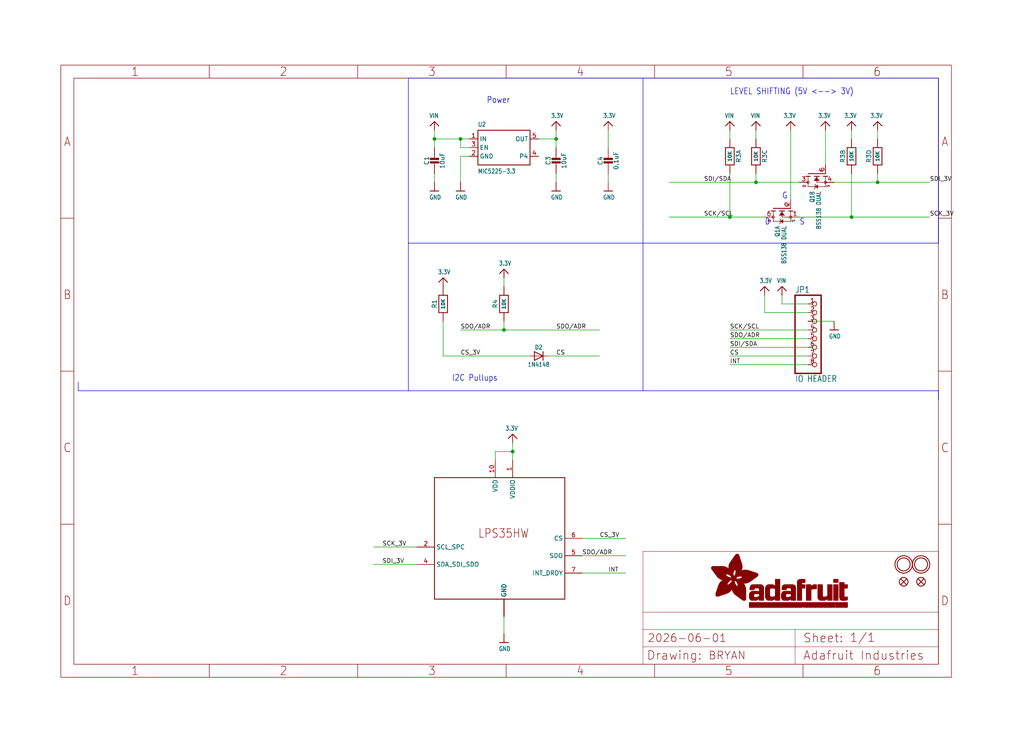
<source format=kicad_sch>
(kicad_sch (version 20230121) (generator eeschema)
  (paper "User" 299.339 217.322)
  (lib_symbols
    (symbol "working-eagle-import:3.3V" (power)
      (property "Value" "3.3V" (at -1.524 1.016 0))
      (symbol "3.3V_1_0"
        (pin power_in line (at 0 -2.54 90) (length 2.54) (name "3.3V") (number "1"))
      )
    )
    (symbol "working-eagle-import:CAP_CERAMIC0603_NO"
      (property "Reference" "C" (at -2.29 1.25 90))
      (symbol "CAP_CERAMIC0603_NO_1_0"
        (pin passive line (at 0 5.08 270) (length 2.54) (name "1") (number "1"))
        (pin passive line (at 0 -2.54 90) (length 2.54) (name "2") (number "2"))
      )
    )
    (symbol "working-eagle-import:CAP_CERAMIC0805-NOOUTLINE"
      (property "Reference" "C" (at -2.29 1.25 90))
      (symbol "CAP_CERAMIC0805-NOOUTLINE_1_0"
        (pin passive line (at 0 5.08 270) (length 2.54) (name "1") (number "1"))
        (pin passive line (at 0 -2.54 90) (length 2.54) (name "2") (number "2"))
      )
    )
    (symbol "working-eagle-import:DIODESOD-323"
      (property "Reference" "D" (at 0 2.54 0))
      (symbol "DIODESOD-323_1_0"
        (pin passive line (at -2.54 0 0) (length 2.54) (name "A") (number "A"))
        (pin passive line (at 2.54 0 180) (length 2.54) (name "C") (number "C"))
      )
    )
    (symbol "working-eagle-import:FIDUCIAL_1MM")
    (symbol "working-eagle-import:FRAME_A4_ADAFRUIT"
      (symbol "FRAME_A4_ADAFRUIT_1_0"
        (text "${#}/${##}" (at 230.505 10.16 0) (effects (font (size 2.54 2.54)) (justify left bottom)))
        (text "${AUTHOR}" (at 189.23 5.08 0) (effects (font (size 2.286 2.286)) (justify left bottom)))
        (text "${CURRENT_DATE}" (at 171.45 10.16 0) (effects (font (size 2.286 2.286)) (justify left bottom)))
        (text "${PROJECTNAME}" (at 171.45 15.24 0) (effects (font (size 2.54 2.54)) (justify left bottom)))
        (text "1" (at 21.6958 1.905 0) (effects (font (size 2.54 2.286))))
        (text "1" (at 21.6958 177.165 0) (effects (font (size 2.54 2.286))))
        (text "2" (at 65.0875 1.905 0) (effects (font (size 2.54 2.286))))
        (text "2" (at 65.0875 177.165 0) (effects (font (size 2.54 2.286))))
        (text "3" (at 108.4792 1.905 0) (effects (font (size 2.54 2.286))))
        (text "3" (at 108.4792 177.165 0) (effects (font (size 2.54 2.286))))
        (text "4" (at 151.8708 1.905 0) (effects (font (size 2.54 2.286))))
        (text "4" (at 151.8708 177.165 0) (effects (font (size 2.54 2.286))))
        (text "5" (at 195.2625 1.905 0) (effects (font (size 2.54 2.286))))
        (text "5" (at 195.2625 177.165 0) (effects (font (size 2.54 2.286))))
        (text "6" (at 238.6542 1.905 0) (effects (font (size 2.54 2.286))))
        (text "6" (at 238.6542 177.165 0) (effects (font (size 2.54 2.286))))
        (text "A" (at 1.905 156.6863 0) (effects (font (size 2.54 2.286))))
        (text "A" (at 258.445 156.6863 0) (effects (font (size 2.54 2.286))))
        (text "Adafruit Industries" (at 216.916 4.953 0) (effects (font (size 2.54 2.54)) (justify left bottom)))
        (text "B" (at 1.905 111.9188 0) (effects (font (size 2.54 2.286))))
        (text "B" (at 258.445 111.9188 0) (effects (font (size 2.54 2.286))))
        (text "C" (at 1.905 67.1513 0) (effects (font (size 2.54 2.286))))
        (text "C" (at 258.445 67.1513 0) (effects (font (size 2.54 2.286))))
        (text "D" (at 1.905 22.3838 0) (effects (font (size 2.54 2.286))))
        (text "D" (at 258.445 22.3838 0) (effects (font (size 2.54 2.286))))
        (text "Drawing:" (at 171.196 4.953 0) (effects (font (size 2.54 2.54)) (justify left bottom)))
        (text "Sheet:" (at 216.916 10.033 0) (effects (font (size 2.54 2.54)) (justify left bottom)))
      )
    )
    (symbol "working-eagle-import:GND" (power)
      (property "Value" "GND" (at -1.524 -2.54 0))
      (symbol "GND_1_0"
        (pin power_in line (at 0 2.54 270) (length 2.54) (name "GND") (number "1"))
      )
    )
    (symbol "working-eagle-import:HEADER-1X8ROUND"
      (property "Reference" "JP" (at -6.35 13.335 0))
      (symbol "HEADER-1X8ROUND_1_0"
        (pin passive inverted (at -2.54 10.16 0) (length 2.54) (name "1") (number "1"))
        (pin passive inverted (at -2.54 7.62 0) (length 2.54) (name "2") (number "2"))
        (pin passive inverted (at -2.54 5.08 0) (length 2.54) (name "3") (number "3"))
        (pin passive inverted (at -2.54 2.54 0) (length 2.54) (name "4") (number "4"))
        (pin passive inverted (at -2.54 0 0) (length 2.54) (name "5") (number "5"))
        (pin passive inverted (at -2.54 -2.54 0) (length 2.54) (name "6") (number "6"))
        (pin passive inverted (at -2.54 -5.08 0) (length 2.54) (name "7") (number "7"))
        (pin passive inverted (at -2.54 -7.62 0) (length 2.54) (name "8") (number "8"))
      )
    )
    (symbol "working-eagle-import:LPS35HWLPS35HW"
      (symbol "LPS35HWLPS35HW_1_0"
        (text "LPS35HW" (at -7.62 -2.54 0) (effects (font (size 2.54 2.159)) (justify left bottom)))
        (pin power_in line (at 2.54 20.32 270) (length 5.08) (name "VDDIO") (number "1"))
        (pin power_in line (at -2.54 20.32 270) (length 5.08) (name "VDD") (number "10"))
        (pin input line (at -25.4 -5.08 0) (length 5.08) (name "SCL_SPC") (number "2"))
        (pin power_in line (at 0 -25.4 90) (length 5.08) (name "GND") (number "3"))
        (pin bidirectional line (at -25.4 -10.16 0) (length 5.08) (name "SDA_SDI_SDO") (number "4"))
        (pin bidirectional line (at 22.86 -7.62 180) (length 5.08) (name "SDO") (number "5"))
        (pin bidirectional line (at 22.86 -2.54 180) (length 5.08) (name "CS") (number "6"))
        (pin output line (at 22.86 -12.7 180) (length 5.08) (name "INT_DRDY") (number "7"))
        (pin power_in line (at 0 -25.4 90) (length 5.08) (name "GND") (number "8"))
        (pin power_in line (at 0 -25.4 90) (length 5.08) (name "GND") (number "9"))
      )
    )
    (symbol "working-eagle-import:MOSFET-N_DUAL"
      (property "Reference" "Q" (at 5.08 0.635 0))
      (symbol "MOSFET-N_DUAL_1_0"
        (text "D" (at 3.175 3.175 0) (effects (font (size 0.8128 0.6908)) (justify left bottom)))
        (text "G" (at -1.27 -1.905 0) (effects (font (size 0.8128 0.6908)) (justify left bottom)))
        (text "S" (at 3.175 -3.81 0) (effects (font (size 0.8128 0.6908)) (justify left bottom)))
        (pin bidirectional line (at 2.54 -5.08 90) (length 2.54) (name "S") (number "1"))
        (pin bidirectional line (at -2.54 -2.54 0) (length 2.54) (name "G") (number "2"))
        (pin bidirectional line (at 2.54 5.08 270) (length 2.54) (name "D") (number "6"))
      )
      (symbol "MOSFET-N_DUAL_2_0"
        (text "D" (at 3.175 3.175 0) (effects (font (size 0.8128 0.6908)) (justify left bottom)))
        (text "G" (at -1.27 -1.905 0) (effects (font (size 0.8128 0.6908)) (justify left bottom)))
        (text "S" (at 3.175 -3.81 0) (effects (font (size 0.8128 0.6908)) (justify left bottom)))
        (pin bidirectional line (at 2.54 5.08 270) (length 2.54) (name "D") (number "3"))
        (pin bidirectional line (at 2.54 -5.08 90) (length 2.54) (name "S") (number "4"))
        (pin bidirectional line (at -2.54 -2.54 0) (length 2.54) (name "G") (number "5"))
      )
    )
    (symbol "working-eagle-import:MOUNTINGHOLE2.0")
    (symbol "working-eagle-import:RESISTOR_0603_NOOUT"
      (property "Reference" "R" (at 0 2.54 0))
      (symbol "RESISTOR_0603_NOOUT_1_0"
        (pin passive line (at -5.08 0 0) (length 2.54) (name "1") (number "1"))
        (pin passive line (at 5.08 0 180) (length 2.54) (name "2") (number "2"))
      )
    )
    (symbol "working-eagle-import:RESISTOR_4PACK"
      (property "Reference" "R" (at 0 2.54 0))
      (symbol "RESISTOR_4PACK_1_0"
        (pin passive line (at -5.08 0 0) (length 2.54) (name "1") (number "1"))
        (pin passive line (at 5.08 0 180) (length 2.54) (name "2") (number "8"))
      )
      (symbol "RESISTOR_4PACK_2_0"
        (pin passive line (at -5.08 0 0) (length 2.54) (name "1") (number "2"))
        (pin passive line (at 5.08 0 180) (length 2.54) (name "2") (number "7"))
      )
      (symbol "RESISTOR_4PACK_3_0"
        (pin passive line (at -5.08 0 0) (length 2.54) (name "1") (number "3"))
        (pin passive line (at 5.08 0 180) (length 2.54) (name "2") (number "6"))
      )
      (symbol "RESISTOR_4PACK_4_0"
        (pin passive line (at -5.08 0 0) (length 2.54) (name "1") (number "4"))
        (pin passive line (at 5.08 0 180) (length 2.54) (name "2") (number "5"))
      )
    )
    (symbol "working-eagle-import:VIN" (power)
      (property "Value" "VIN" (at -1.524 1.016 0))
      (symbol "VIN_1_0"
        (pin power_in line (at 0 -2.54 90) (length 2.54) (name "VIN") (number "1"))
      )
    )
    (symbol "working-eagle-import:VREG_SOT23-5"
      (property "Reference" "U" (at -7.62 6.096 0))
      (symbol "VREG_SOT23-5_1_0"
        (pin power_in line (at -10.16 2.54 0) (length 2.54) (name "IN") (number "1"))
        (pin power_in line (at -10.16 -2.54 0) (length 2.54) (name "GND") (number "2"))
        (pin input line (at -10.16 0 0) (length 2.54) (name "EN") (number "3"))
        (pin bidirectional line (at 10.16 -2.54 180) (length 2.54) (name "P4") (number "4"))
        (pin power_in line (at 10.16 2.54 180) (length 2.54) (name "OUT") (number "5"))
      )
    )
  )
  (junction (at 149.86 132.08))
  (junction (at 256.54 53.34))
  (junction (at 134.62 40.64))
  (junction (at 248.92 63.5))
  (junction (at 147.32 96.52))
  (junction (at 127 40.64))
  (junction (at 213.36 63.5))
  (junction (at 220.98 53.34))
  (junction (at 162.56 40.64))
  (wire (pts (xy 137.16 40.64) (xy 134.62 40.64)) (stroke (width 0.1524)))
  (wire (pts (xy 248.92 63.5) (xy 271.78 63.5)) (stroke (width 0.1524)))
  (wire (pts (xy 134.62 43.18) (xy 134.62 40.64)) (stroke (width 0.1524)))
  (polyline (pts (xy 119.38 66.04) (xy 119.38 71.12)) (stroke (width 0.1524) (type solid)))
  (polyline (pts (xy 274.32 114.3) (xy 187.96 114.3)) (stroke (width 0.1524) (type solid)))
  (wire (pts (xy 127 40.64) (xy 127 38.1)) (stroke (width 0.1524)))
  (wire (pts (xy 228.6 88.9) (xy 228.6 86.36)) (stroke (width 0.1524)))
  (wire (pts (xy 147.32 96.52) (xy 134.62 96.52)) (stroke (width 0.1524)))
  (wire (pts (xy 220.98 40.64) (xy 220.98 38.1)) (stroke (width 0.1524)))
  (wire (pts (xy 213.36 63.5) (xy 195.58 63.5)) (stroke (width 0.1524)))
  (wire (pts (xy 236.22 101.6) (xy 213.36 101.6)) (stroke (width 0.1524)))
  (wire (pts (xy 147.32 96.52) (xy 175.26 96.52)) (stroke (width 0.1524)))
  (wire (pts (xy 256.54 53.34) (xy 271.78 53.34)) (stroke (width 0.1524)))
  (wire (pts (xy 121.92 160.02) (xy 109.22 160.02)) (stroke (width 0.1524)))
  (polyline (pts (xy 119.38 66.04) (xy 119.38 22.86)) (stroke (width 0.1524) (type solid)))
  (wire (pts (xy 236.22 96.52) (xy 213.36 96.52)) (stroke (width 0.1524)))
  (wire (pts (xy 248.92 50.8) (xy 248.92 63.5)) (stroke (width 0.1524)))
  (wire (pts (xy 220.98 50.8) (xy 220.98 53.34)) (stroke (width 0.1524)))
  (wire (pts (xy 162.56 50.8) (xy 162.56 53.34)) (stroke (width 0.1524)))
  (polyline (pts (xy 187.96 114.3) (xy 187.96 66.04)) (stroke (width 0.1524) (type solid)))
  (wire (pts (xy 236.22 91.44) (xy 223.52 91.44)) (stroke (width 0.1524)))
  (wire (pts (xy 127 50.8) (xy 127 53.34)) (stroke (width 0.1524)))
  (wire (pts (xy 256.54 50.8) (xy 256.54 53.34)) (stroke (width 0.1524)))
  (wire (pts (xy 134.62 45.72) (xy 134.62 53.34)) (stroke (width 0.1524)))
  (wire (pts (xy 243.84 53.34) (xy 256.54 53.34)) (stroke (width 0.1524)))
  (wire (pts (xy 144.78 132.08) (xy 149.86 132.08)) (stroke (width 0.1524)))
  (polyline (pts (xy 274.32 116.84) (xy 274.32 114.3)) (stroke (width 0.1524) (type solid)))
  (wire (pts (xy 231.14 58.42) (xy 231.14 38.1)) (stroke (width 0.1524)))
  (wire (pts (xy 236.22 88.9) (xy 228.6 88.9)) (stroke (width 0.1524)))
  (wire (pts (xy 233.68 63.5) (xy 248.92 63.5)) (stroke (width 0.1524)))
  (wire (pts (xy 144.78 134.62) (xy 144.78 132.08)) (stroke (width 0.1524)))
  (wire (pts (xy 160.02 104.14) (xy 175.26 104.14)) (stroke (width 0.1524)))
  (wire (pts (xy 213.36 50.8) (xy 213.36 63.5)) (stroke (width 0.1524)))
  (wire (pts (xy 241.3 48.26) (xy 241.3 38.1)) (stroke (width 0.1524)))
  (wire (pts (xy 137.16 45.72) (xy 134.62 45.72)) (stroke (width 0.1524)))
  (wire (pts (xy 170.18 162.56) (xy 182.88 162.56)) (stroke (width 0.1524)))
  (polyline (pts (xy 119.38 22.86) (xy 274.32 22.86)) (stroke (width 0.1524) (type solid)))
  (polyline (pts (xy 187.96 114.3) (xy 119.38 114.3)) (stroke (width 0.1524) (type solid)))
  (wire (pts (xy 236.22 93.98) (xy 243.84 93.98)) (stroke (width 0.1524)))
  (wire (pts (xy 177.8 50.8) (xy 177.8 53.34)) (stroke (width 0.1524)))
  (wire (pts (xy 213.36 38.1) (xy 213.36 40.64)) (stroke (width 0.1524)))
  (wire (pts (xy 223.52 91.44) (xy 223.52 86.36)) (stroke (width 0.1524)))
  (wire (pts (xy 220.98 53.34) (xy 195.58 53.34)) (stroke (width 0.1524)))
  (wire (pts (xy 129.54 104.14) (xy 129.54 93.98)) (stroke (width 0.1524)))
  (wire (pts (xy 170.18 167.64) (xy 182.88 167.64)) (stroke (width 0.1524)))
  (wire (pts (xy 162.56 40.64) (xy 162.56 43.18)) (stroke (width 0.1524)))
  (wire (pts (xy 170.18 157.48) (xy 182.88 157.48)) (stroke (width 0.1524)))
  (wire (pts (xy 177.8 43.18) (xy 177.8 38.1)) (stroke (width 0.1524)))
  (wire (pts (xy 233.68 53.34) (xy 220.98 53.34)) (stroke (width 0.1524)))
  (wire (pts (xy 121.92 165.1) (xy 109.22 165.1)) (stroke (width 0.1524)))
  (wire (pts (xy 147.32 180.34) (xy 147.32 185.42)) (stroke (width 0.1524)))
  (polyline (pts (xy 119.38 71.12) (xy 119.38 114.3)) (stroke (width 0.1524) (type solid)))
  (wire (pts (xy 157.48 40.64) (xy 162.56 40.64)) (stroke (width 0.1524)))
  (wire (pts (xy 147.32 81.28) (xy 147.32 83.82)) (stroke (width 0.1524)))
  (wire (pts (xy 236.22 99.06) (xy 213.36 99.06)) (stroke (width 0.1524)))
  (wire (pts (xy 149.86 132.08) (xy 149.86 129.54)) (stroke (width 0.1524)))
  (polyline (pts (xy 22.86 114.3) (xy 22.86 111.76)) (stroke (width 0.1524) (type solid)))
  (wire (pts (xy 248.92 40.64) (xy 248.92 38.1)) (stroke (width 0.1524)))
  (wire (pts (xy 236.22 104.14) (xy 213.36 104.14)) (stroke (width 0.1524)))
  (wire (pts (xy 256.54 40.64) (xy 256.54 38.1)) (stroke (width 0.1524)))
  (polyline (pts (xy 187.96 66.04) (xy 187.96 22.86)) (stroke (width 0.1524) (type solid)))
  (wire (pts (xy 154.94 104.14) (xy 129.54 104.14)) (stroke (width 0.1524)))
  (wire (pts (xy 149.86 134.62) (xy 149.86 132.08)) (stroke (width 0.1524)))
  (wire (pts (xy 127 40.64) (xy 127 43.18)) (stroke (width 0.1524)))
  (polyline (pts (xy 274.32 22.86) (xy 274.32 71.12)) (stroke (width 0.1524) (type solid)))
  (polyline (pts (xy 119.38 114.3) (xy 22.86 114.3)) (stroke (width 0.1524) (type solid)))
  (wire (pts (xy 134.62 40.64) (xy 127 40.64)) (stroke (width 0.1524)))
  (wire (pts (xy 147.32 93.98) (xy 147.32 96.52)) (stroke (width 0.1524)))
  (polyline (pts (xy 274.32 71.12) (xy 119.38 71.12)) (stroke (width 0.1524) (type solid)))
  (wire (pts (xy 162.56 40.64) (xy 162.56 38.1)) (stroke (width 0.1524)))
  (wire (pts (xy 236.22 106.68) (xy 213.36 106.68)) (stroke (width 0.1524)))
  (wire (pts (xy 137.16 43.18) (xy 134.62 43.18)) (stroke (width 0.1524)))
  (wire (pts (xy 223.52 63.5) (xy 213.36 63.5)) (stroke (width 0.1524)))
  (text "Power" (at 142.24 30.48 0) (effects (font (size 1.778 1.5113)) (justify left bottom)))
  (text "I2C Pullups" (at 132.08 111.76 0) (effects (font (size 1.778 1.5113)) (justify left bottom)))
  (text "LEVEL SHIFTING (5V <--> 3V)" (at 213.36 27.94 0) (effects (font (size 1.778 1.5113)) (justify left bottom)))
  (text "D" (at 223.52 66.04 0) (effects (font (size 1.778 1.5113)) (justify left bottom)))
  (text "G" (at 228.6 58.42 0) (effects (font (size 1.778 1.5113)) (justify left bottom)))
  (text "S" (at 233.68 66.04 0) (effects (font (size 1.778 1.5113)) (justify left bottom)))
  (label "SDO/ADR" (at 162.56 96.52 0) (effects (font (size 1.2446 1.2446))))
  (label "SCK_3V" (at 271.78 63.5 0) (effects (font (size 1.2446 1.2446))))
  (label "SDI_3V" (at 111.76 165.1 0) (effects (font (size 1.2446 1.2446))))
  (label "INT" (at 213.36 106.68 0) (effects (font (size 1.2446 1.2446))))
  (label "SDO/ADR" (at 170.18 162.56 0) (effects (font (size 1.2446 1.2446))))
  (label "SCK/SCL" (at 205.74 63.5 0) (effects (font (size 1.2446 1.2446))))
  (label "CS" (at 213.36 104.14 0) (effects (font (size 1.2446 1.2446))))
  (label "SCK_3V" (at 111.76 160.02 0) (effects (font (size 1.2446 1.2446))))
  (label "CS" (at 162.56 104.14 0) (effects (font (size 1.2446 1.2446))))
  (label "CS_3V" (at 134.62 104.14 0) (effects (font (size 1.2446 1.2446))))
  (label "CS_3V" (at 175.26 157.48 0) (effects (font (size 1.2446 1.2446))))
  (label "SDO/ADR" (at 134.62 96.52 0) (effects (font (size 1.2446 1.2446))))
  (label "SCK/SCL" (at 213.36 96.52 0) (effects (font (size 1.2446 1.2446))))
  (label "INT" (at 177.8 167.64 0) (effects (font (size 1.2446 1.2446))))
  (label "SDI/SDA" (at 213.36 101.6 0) (effects (font (size 1.2446 1.2446))))
  (label "SDI/SDA" (at 205.74 53.34 0) (effects (font (size 1.2446 1.2446))))
  (label "SDI_3V" (at 271.78 53.34 0) (effects (font (size 1.2446 1.2446))))
  (label "SDO/ADR" (at 213.36 99.06 0) (effects (font (size 1.2446 1.2446))))
  (symbol (lib_id "working-eagle-import:HEADER-1X8ROUND") (at 238.76 99.06 0) (unit 1)
    (property "Reference" "JP1" (at 232.41 85.725 0) (effects (font (size 1.778 1.5113)) (justify left bottom)))
    (property "Value" "IO HEADER" (at 232.41 111.76 0) (effects (font (size 1.778 1.5113)) (justify left bottom)))
    (property "Footprint" "working:1X08_ROUND" (effects hide))
  )
  (symbol (lib_id "working-eagle-import:3.3V") (at 177.8 35.56 0) (unit 1)
    (property "Reference" "#U$23" (effects hide))
    (property "Value" "3.3V" (at 176.276 34.544 0) (effects (font (size 1.27 1.0795)) (justify left bottom)))
  )
  (symbol (lib_id "working-eagle-import:VIN") (at 127 35.56 0) (unit 1)
    (property "Reference" "#U$11" (effects hide))
    (property "Value" "VIN" (at 125.476 34.544 0) (effects (font (size 1.27 1.0795)) (justify left bottom)))
  )
  (symbol (lib_id "working-eagle-import:3.3V") (at 162.56 35.56 0) (unit 1)
    (property "Reference" "#U$17" (effects hide))
    (property "Value" "3.3V" (at 161.036 34.544 0) (effects (font (size 1.27 1.0795)) (justify left bottom)))
  )
  (symbol (lib_id "working-eagle-import:LPS35HWLPS35HW") (at 147.32 154.94 0) (unit 1)
    (property "Reference" "U$3" (effects hide))
    (property "Value" "LPS35HWLPS35HW" (effects hide))
    (property "Footprint" "working:CCLGA10L" (effects hide))
  )
  (symbol (lib_id "working-eagle-import:3.3V") (at 231.14 35.56 0) (mirror y) (unit 1)
    (property "Reference" "#U$26" (effects hide))
    (property "Value" "3.3V" (at 232.664 34.544 0) (effects (font (size 1.27 1.0795)) (justify left bottom)))
  )
  (symbol (lib_id "working-eagle-import:VIN") (at 213.36 35.56 0) (unit 1)
    (property "Reference" "#U$29" (effects hide))
    (property "Value" "VIN" (at 211.836 34.544 0) (effects (font (size 1.27 1.0795)) (justify left bottom)))
  )
  (symbol (lib_id "working-eagle-import:3.3V") (at 223.52 83.82 0) (unit 1)
    (property "Reference" "#U$10" (effects hide))
    (property "Value" "3.3V" (at 221.996 82.804 0) (effects (font (size 1.27 1.0795)) (justify left bottom)))
  )
  (symbol (lib_id "working-eagle-import:RESISTOR_4PACK") (at 248.92 45.72 90) (mirror x) (unit 2)
    (property "Reference" "R3" (at 246.38 45.72 0))
    (property "Value" "10K" (at 248.92 45.72 0) (effects (font (size 1.016 1.016) bold)))
    (property "Footprint" "working:RESPACK_4X0603" (effects hide))
  )
  (symbol (lib_id "working-eagle-import:CAP_CERAMIC0603_NO") (at 177.8 48.26 0) (unit 1)
    (property "Reference" "C4" (at 175.51 47.01 90))
    (property "Value" "0.1uF" (at 180.1 47.01 90))
    (property "Footprint" "working:0603-NO" (effects hide))
  )
  (symbol (lib_id "working-eagle-import:GND") (at 177.8 55.88 0) (unit 1)
    (property "Reference" "#U$22" (effects hide))
    (property "Value" "GND" (at 176.276 58.42 0) (effects (font (size 1.27 1.0795)) (justify left bottom)))
  )
  (symbol (lib_id "working-eagle-import:CAP_CERAMIC0805-NOOUTLINE") (at 162.56 48.26 0) (unit 1)
    (property "Reference" "C3" (at 160.27 47.01 90))
    (property "Value" "10uF" (at 164.86 47.01 90))
    (property "Footprint" "working:0805-NO" (effects hide))
  )
  (symbol (lib_id "working-eagle-import:VIN") (at 220.98 35.56 0) (unit 1)
    (property "Reference" "#U$28" (effects hide))
    (property "Value" "VIN" (at 219.456 34.544 0) (effects (font (size 1.27 1.0795)) (justify left bottom)))
  )
  (symbol (lib_id "working-eagle-import:MOUNTINGHOLE2.0") (at 264.16 165.1 0) (unit 1)
    (property "Reference" "U$8" (effects hide))
    (property "Value" "MOUNTINGHOLE2.0" (effects hide))
    (property "Footprint" "working:MOUNTINGHOLE_2.0_PLATED" (effects hide))
  )
  (symbol (lib_id "working-eagle-import:FRAME_A4_ADAFRUIT") (at 17.78 198.12 0) (unit 1)
    (property "Reference" "#U$1" (effects hide))
    (property "Value" "FRAME_A4_ADAFRUIT" (effects hide))
    (property "AUTHOR" "BRYAN" (effects hide))
  )
  (symbol (lib_id "working-eagle-import:MOSFET-N_DUAL") (at 228.6 60.96 90) (mirror x) (unit 1)
    (property "Reference" "Q1" (at 227.965 66.04 0) (effects (font (size 1.27 1.0795)) (justify left bottom)))
    (property "Value" "BSS138 DUAL" (at 229.87 66.04 0) (effects (font (size 1.27 1.0795)) (justify left bottom)))
    (property "Footprint" "working:SOT363" (effects hide))
  )
  (symbol (lib_id "working-eagle-import:3.3V") (at 248.92 35.56 0) (mirror y) (unit 1)
    (property "Reference" "#U$24" (effects hide))
    (property "Value" "3.3V" (at 250.444 34.544 0) (effects (font (size 1.27 1.0795)) (justify left bottom)))
  )
  (symbol (lib_id "working-eagle-import:RESISTOR_4PACK") (at 256.54 45.72 90) (mirror x) (unit 4)
    (property "Reference" "R3" (at 254 45.72 0))
    (property "Value" "10K" (at 256.54 45.72 0) (effects (font (size 1.016 1.016) bold)))
    (property "Footprint" "working:RESPACK_4X0603" (effects hide))
  )
  (symbol (lib_id "working-eagle-import:RESISTOR_4PACK") (at 220.98 45.72 270) (unit 3)
    (property "Reference" "R3" (at 223.52 45.72 0))
    (property "Value" "10K" (at 220.98 45.72 0) (effects (font (size 1.016 1.016) bold)))
    (property "Footprint" "working:RESPACK_4X0603" (effects hide))
  )
  (symbol (lib_id "working-eagle-import:GND") (at 134.62 55.88 0) (unit 1)
    (property "Reference" "#U$14" (effects hide))
    (property "Value" "GND" (at 133.096 58.42 0) (effects (font (size 1.27 1.0795)) (justify left bottom)))
  )
  (symbol (lib_id "working-eagle-import:RESISTOR_0603_NOOUT") (at 129.54 88.9 90) (unit 1)
    (property "Reference" "R1" (at 127 88.9 0))
    (property "Value" "10K" (at 129.54 88.9 0) (effects (font (size 1.016 1.016) bold)))
    (property "Footprint" "working:0603-NO" (effects hide))
  )
  (symbol (lib_id "working-eagle-import:GND") (at 147.32 187.96 0) (unit 1)
    (property "Reference" "#U$19" (effects hide))
    (property "Value" "GND" (at 145.796 190.5 0) (effects (font (size 1.27 1.0795)) (justify left bottom)))
  )
  (symbol (lib_id "working-eagle-import:FIDUCIAL_1MM") (at 269.24 170.18 0) (unit 1)
    (property "Reference" "U$15" (effects hide))
    (property "Value" "FIDUCIAL_1MM" (effects hide))
    (property "Footprint" "working:FIDUCIAL_1MM" (effects hide))
  )
  (symbol (lib_id "working-eagle-import:MOUNTINGHOLE2.0") (at 269.24 165.1 0) (unit 1)
    (property "Reference" "U$7" (effects hide))
    (property "Value" "MOUNTINGHOLE2.0" (effects hide))
    (property "Footprint" "working:MOUNTINGHOLE_2.0_PLATED" (effects hide))
  )
  (symbol (lib_id "working-eagle-import:GND") (at 162.56 55.88 0) (unit 1)
    (property "Reference" "#U$16" (effects hide))
    (property "Value" "GND" (at 161.036 58.42 0) (effects (font (size 1.27 1.0795)) (justify left bottom)))
  )
  (symbol (lib_id "working-eagle-import:DIODESOD-323") (at 157.48 104.14 0) (unit 1)
    (property "Reference" "D2" (at 157.48 101.6 0) (effects (font (size 1.27 1.0795))))
    (property "Value" "1N4148" (at 157.48 106.64 0) (effects (font (size 1.27 1.0795))))
    (property "Footprint" "working:SOD-323" (effects hide))
  )
  (symbol (lib_id "working-eagle-import:GND") (at 243.84 96.52 0) (unit 1)
    (property "Reference" "#U$4" (effects hide))
    (property "Value" "GND" (at 242.316 99.06 0) (effects (font (size 1.27 1.0795)) (justify left bottom)))
  )
  (symbol (lib_id "working-eagle-import:CAP_CERAMIC0805-NOOUTLINE") (at 127 48.26 0) (unit 1)
    (property "Reference" "C1" (at 124.71 47.01 90))
    (property "Value" "10uF" (at 129.3 47.01 90))
    (property "Footprint" "working:0805-NO" (effects hide))
  )
  (symbol (lib_id "working-eagle-import:3.3V") (at 256.54 35.56 0) (mirror y) (unit 1)
    (property "Reference" "#U$21" (effects hide))
    (property "Value" "3.3V" (at 258.064 34.544 0) (effects (font (size 1.27 1.0795)) (justify left bottom)))
  )
  (symbol (lib_id "working-eagle-import:MOSFET-N_DUAL") (at 238.76 50.8 90) (mirror x) (unit 2)
    (property "Reference" "Q1" (at 238.125 55.88 0) (effects (font (size 1.27 1.0795)) (justify left bottom)))
    (property "Value" "BSS138 DUAL" (at 240.03 55.88 0) (effects (font (size 1.27 1.0795)) (justify left bottom)))
    (property "Footprint" "working:SOT363" (effects hide))
  )
  (symbol (lib_id "working-eagle-import:VREG_SOT23-5") (at 147.32 43.18 0) (unit 1)
    (property "Reference" "U2" (at 139.7 37.084 0) (effects (font (size 1.27 1.0795)) (justify left bottom)))
    (property "Value" "MIC5225-3.3" (at 139.7 50.8 0) (effects (font (size 1.27 1.0795)) (justify left bottom)))
    (property "Footprint" "working:SOT23-5" (effects hide))
  )
  (symbol (lib_id "working-eagle-import:3.3V") (at 241.3 35.56 0) (mirror y) (unit 1)
    (property "Reference" "#U$27" (effects hide))
    (property "Value" "3.3V" (at 242.824 34.544 0) (effects (font (size 1.27 1.0795)) (justify left bottom)))
  )
  (symbol (lib_id "working-eagle-import:GND") (at 127 55.88 0) (unit 1)
    (property "Reference" "#U$13" (effects hide))
    (property "Value" "GND" (at 125.476 58.42 0) (effects (font (size 1.27 1.0795)) (justify left bottom)))
  )
  (symbol (lib_id "working-eagle-import:VIN") (at 228.6 83.82 0) (unit 1)
    (property "Reference" "#U$9" (effects hide))
    (property "Value" "VIN" (at 227.076 82.804 0) (effects (font (size 1.27 1.0795)) (justify left bottom)))
  )
  (symbol (lib_id "working-eagle-import:RESISTOR_0603_NOOUT") (at 147.32 88.9 90) (unit 1)
    (property "Reference" "R4" (at 144.78 88.9 0))
    (property "Value" "10K" (at 147.32 88.9 0) (effects (font (size 1.016 1.016) bold)))
    (property "Footprint" "working:0603-NO" (effects hide))
  )
  (symbol (lib_id "working-eagle-import:3.3V") (at 129.54 81.28 0) (unit 1)
    (property "Reference" "#U$18" (effects hide))
    (property "Value" "3.3V" (at 128.016 80.264 0) (effects (font (size 1.27 1.0795)) (justify left bottom)))
  )
  (symbol (lib_id "working-eagle-import:3.3V") (at 149.86 127 0) (mirror y) (unit 1)
    (property "Reference" "#U$12" (effects hide))
    (property "Value" "3.3V" (at 151.384 125.984 0) (effects (font (size 1.27 1.0795)) (justify left bottom)))
  )
  (symbol (lib_id "working-eagle-import:RESISTOR_4PACK") (at 213.36 45.72 270) (unit 1)
    (property "Reference" "R3" (at 215.9 45.72 0))
    (property "Value" "10K" (at 213.36 45.72 0) (effects (font (size 1.016 1.016) bold)))
    (property "Footprint" "working:RESPACK_4X0603" (effects hide))
  )
  (symbol (lib_id "working-eagle-import:3.3V") (at 147.32 78.74 0) (unit 1)
    (property "Reference" "#U$25" (effects hide))
    (property "Value" "3.3V" (at 145.796 77.724 0) (effects (font (size 1.27 1.0795)) (justify left bottom)))
  )
  (symbol (lib_id "working-eagle-import:FIDUCIAL_1MM") (at 264.16 170.18 0) (unit 1)
    (property "Reference" "U$5" (effects hide))
    (property "Value" "FIDUCIAL_1MM" (effects hide))
    (property "Footprint" "working:FIDUCIAL_1MM" (effects hide))
  )
)
</source>
